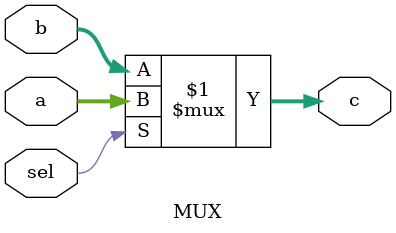
<source format=v>
`timescale 1ns / 1ps


module MUX #(parameter N=2)(input [N-1:0] a, b, input sel, output  [N-1:0] c);
assign c  = sel ? a:b;
endmodule

</source>
